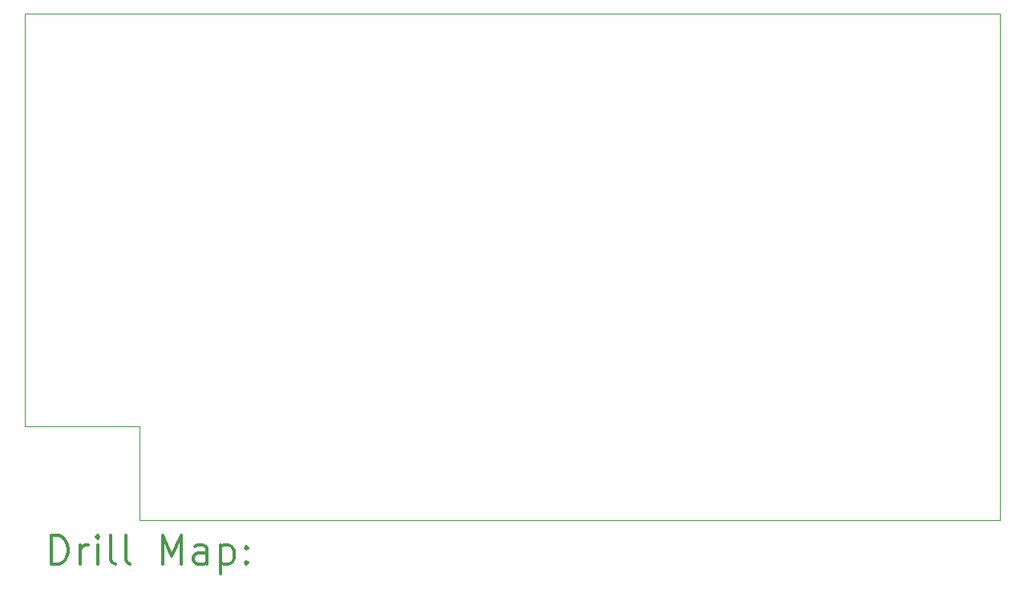
<source format=gbr>
%FSLAX45Y45*%
G04 Gerber Fmt 4.5, Leading zero omitted, Abs format (unit mm)*
G04 Created by KiCad (PCBNEW (5.1.12)-1) date 2022-10-05 19:49:02*
%MOMM*%
%LPD*%
G01*
G04 APERTURE LIST*
%TA.AperFunction,Profile*%
%ADD10C,0.050000*%
%TD*%
%ADD11C,0.200000*%
%ADD12C,0.300000*%
G04 APERTURE END LIST*
D10*
X12577620Y-13870746D02*
X12577620Y-14860746D01*
X12577620Y-13870746D02*
X11368620Y-13870746D01*
X21664620Y-9514746D02*
X21664620Y-14860746D01*
X11368620Y-9514746D02*
X21664620Y-9514746D01*
X11368620Y-13870746D02*
X11368620Y-9514746D01*
X21664620Y-14860746D02*
X12577620Y-14860746D01*
D11*
D12*
X11652548Y-15328960D02*
X11652548Y-15028960D01*
X11723977Y-15028960D01*
X11766834Y-15043246D01*
X11795406Y-15071817D01*
X11809691Y-15100389D01*
X11823977Y-15157532D01*
X11823977Y-15200389D01*
X11809691Y-15257532D01*
X11795406Y-15286103D01*
X11766834Y-15314675D01*
X11723977Y-15328960D01*
X11652548Y-15328960D01*
X11952548Y-15328960D02*
X11952548Y-15128960D01*
X11952548Y-15186103D02*
X11966834Y-15157532D01*
X11981120Y-15143246D01*
X12009691Y-15128960D01*
X12038263Y-15128960D01*
X12138263Y-15328960D02*
X12138263Y-15128960D01*
X12138263Y-15028960D02*
X12123977Y-15043246D01*
X12138263Y-15057532D01*
X12152548Y-15043246D01*
X12138263Y-15028960D01*
X12138263Y-15057532D01*
X12323977Y-15328960D02*
X12295406Y-15314675D01*
X12281120Y-15286103D01*
X12281120Y-15028960D01*
X12481120Y-15328960D02*
X12452548Y-15314675D01*
X12438263Y-15286103D01*
X12438263Y-15028960D01*
X12823977Y-15328960D02*
X12823977Y-15028960D01*
X12923977Y-15243246D01*
X13023977Y-15028960D01*
X13023977Y-15328960D01*
X13295406Y-15328960D02*
X13295406Y-15171817D01*
X13281120Y-15143246D01*
X13252548Y-15128960D01*
X13195406Y-15128960D01*
X13166834Y-15143246D01*
X13295406Y-15314675D02*
X13266834Y-15328960D01*
X13195406Y-15328960D01*
X13166834Y-15314675D01*
X13152548Y-15286103D01*
X13152548Y-15257532D01*
X13166834Y-15228960D01*
X13195406Y-15214675D01*
X13266834Y-15214675D01*
X13295406Y-15200389D01*
X13438263Y-15128960D02*
X13438263Y-15428960D01*
X13438263Y-15143246D02*
X13466834Y-15128960D01*
X13523977Y-15128960D01*
X13552548Y-15143246D01*
X13566834Y-15157532D01*
X13581120Y-15186103D01*
X13581120Y-15271817D01*
X13566834Y-15300389D01*
X13552548Y-15314675D01*
X13523977Y-15328960D01*
X13466834Y-15328960D01*
X13438263Y-15314675D01*
X13709691Y-15300389D02*
X13723977Y-15314675D01*
X13709691Y-15328960D01*
X13695406Y-15314675D01*
X13709691Y-15300389D01*
X13709691Y-15328960D01*
X13709691Y-15143246D02*
X13723977Y-15157532D01*
X13709691Y-15171817D01*
X13695406Y-15157532D01*
X13709691Y-15143246D01*
X13709691Y-15171817D01*
M02*

</source>
